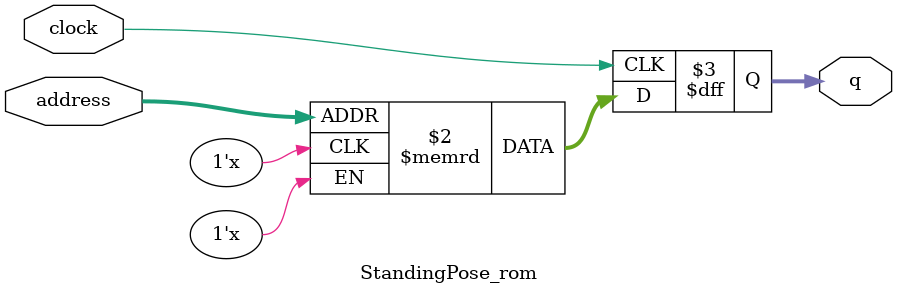
<source format=sv>
module StandingPose_rom (
	input logic clock,
	input logic [15:0] address,
	output logic [3:0] q
);

logic [3:0] memory [0:33279] /* synthesis ram_init_file = "./StandingPose/StandingPose.mif" */;

always_ff @ (posedge clock) begin
	q <= memory[address];
end

endmodule

</source>
